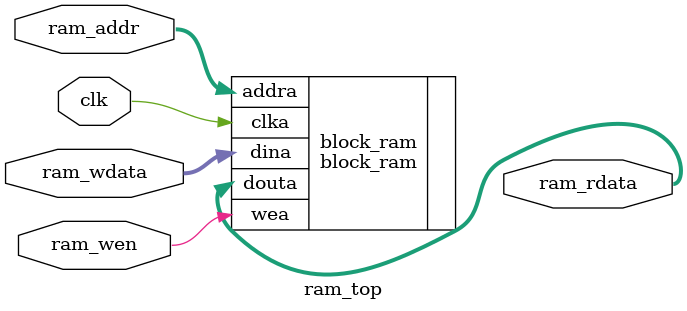
<source format=v>
`timescale 1ns / 1ps


module ram_top (
    input         clk      ,
    input  [15:0] ram_addr ,
    input  [31:0] ram_wdata,
    input         ram_wen  ,
    output [31:0] ram_rdata
);
					   
block_ram block_ram (
    .clka (clk       ),
    .wea  (ram_wen   ),
    .addra(ram_addr  ),
    .dina (ram_wdata ),
    .douta(ram_rdata ) 
);
endmodule

</source>
